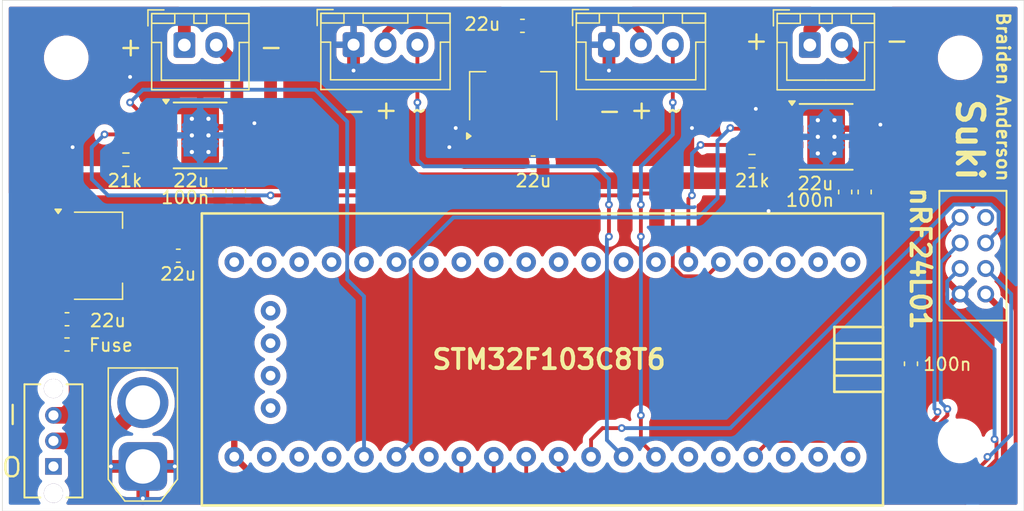
<source format=kicad_pcb>
(kicad_pcb (version 20241229) (generator "pcbnew") (generator_version "9.0")
  (layers (0 "F.Cu" signal) (2 "B.Cu" signal) (13 "F.Paste" user) (15 "B.Paste" user) (5 "F.SilkS" user "F.Silkscreen") (7 "B.SilkS" user "B.Silkscreen") (1 "F.Mask" user) (3 "B.Mask" user) (25 "Edge.Cuts" user))
  (net 0 "")
  (net 1 "/Fuse")
  (net 2 "TIM3_CH3_SRVO2")
  (net 3 "SCK")
  (net 4 "PWM_M2_EN")
  (net 5 "I{slash}O_M1_IN")
  (net 6 "+12V")
  (net 7 "+5V")
  (net 8 "PWM_M1_EN")
  (net 9 "GND")
  (net 10 "CSN")
  (net 11 "CE")
  (net 12 "MOSI")
  (net 13 "/NRST")
  (net 14 "MISO")
  (net 15 "I{slash}O_M2_IN")
  (net 16 "/M1+")
  (net 17 "/M1-")
  (net 18 "/M2+")
  (net 19 "/M2-")
  (net 20 "+3.3V")
  (net 21 "TIM3_CH3_SRVO1")
  (net 22 "/ILim1")
  (net 23 "/ILim2")
  (net 24 "/BATT")
  (footprint "MountingHole:MountingHole_3mm" (layer "F.Cu") (at 195.5 86)
    (property "Reference" "H2" (hide yes))
    (property "Value" "MountingHole" (hide yes))
    (pad "" np_thru_hole circle (at 0 0) (size 3 3) (drill 3) (layers "*.Cu" "*.Mask"))
  )
  (footprint "Fuse:Fuse_0603_1608Metric" (layer "F.Cu") (at 125.560476 108.449805 180)
    (property "Reference" "F1" (hide yes))
    (property "Value" "Fuse" (at -3.439524 -0.050195 0) (layer "F.SilkS"))
    (pad "1" smd roundrect (at -0.7875 0 180) (size 0.875 0.95) (layers "F.Cu" "F.Mask" "F.Paste") (net 1 "/Fuse"))
    (pad "2" smd roundrect (at 0.7875 0 180) (size 0.875 0.95) (layers "F.Cu" "F.Mask" "F.Paste") (net 6 "+12V"))
  )
  (footprint "Connector_JST:JST_XH_B3B-XH-A_1x03_P2.50mm_Vertical" (layer "F.Cu") (at 168 84.975)
    (property "Reference" "J1" (hide yes))
    (property "Value" "Conn_01x03_Pin" (hide yes))
    (pad "1" thru_hole roundrect (at 0 0) (size 1.7 1.95) (drill 0.95) (layers "*.Cu" "*.Mask") (roundrect_rratio 0.147059) (net 9 "GND"))
    (pad "2" thru_hole oval (at 2.5 0) (size 1.7 1.95) (drill 0.95) (layers "*.Cu" "*.Mask") (net 7 "+5V"))
    (pad "3" thru_hole oval (at 5 0) (size 1.7 1.95) (drill 0.95) (layers "*.Cu" "*.Mask") (net 2 "TIM3_CH3_SRVO2"))
  )
  (footprint "Package_SO:Texas_HTSOP-8-1EP_3.9x4.9mm_P1.27mm_EP2.95x4.9mm_Mask2.4x3.1mm_ThermalVias" (layer "F.Cu") (at 135.987872 92.077705)
    (property "Reference" "U4" (hide yes))
    (property "Value" "DRV8871DDA" (hide yes))
    (pad "1" smd rect (at -2.875 -1.905) (size 2.2 0.5) (layers "F.Cu" "F.Mask" "F.Paste") (net 9 "GND"))
    (pad "2" smd rect (at -2.875 -0.635) (size 2.2 0.5) (layers "F.Cu" "F.Mask" "F.Paste") (net 8 "PWM_M1_EN"))
    (pad "3" smd rect (at -2.875 0.635) (size 2.2 0.5) (layers "F.Cu" "F.Mask" "F.Paste") (net 5 "I{slash}O_M1_IN"))
    (pad "4" smd rect (at -2.875 1.905) (size 2.2 0.5) (layers "F.Cu" "F.Mask" "F.Paste") (net 22 "/ILim1"))
    (pad "5" smd rect (at 2.875 1.905) (size 2.2 0.5) (layers "F.Cu" "F.Mask" "F.Paste") (net 6 "+12V"))
    (pad "6" smd rect (at 2.875 0.635) (size 2.2 0.5) (layers "F.Cu" "F.Mask" "F.Paste") (net 16 "/M1+"))
    (pad "7" smd rect (at 2.875 -0.635) (size 2.2 0.5) (layers "F.Cu" "F.Mask" "F.Paste") (net 9 "GND"))
    (pad "8" smd rect (at 2.875 -1.905) (size 2.2 0.5) (layers "F.Cu" "F.Mask" "F.Paste") (net 17 "/M1-"))
    (pad "9" thru_hole circle (at -0.65 -1.3) (size 0.63 0.63) (drill 0.33) (layers "*.Cu" "*.Mask") (net 9 "GND"))
    (pad "9" thru_hole circle (at -0.65 0) (size 0.63 0.63) (drill 0.33) (layers "*.Cu" "*.Mask") (net 9 "GND"))
    (pad "9" thru_hole circle (at -0.65 1.3) (size 0.63 0.63) (drill 0.33) (layers "*.Cu" "*.Mask") (net 9 "GND"))
    (pad "9" smd rect (at 0 0) (size 2.6 3.3) (layers "B.Cu") (net 9 "GND"))
    (pad "9" smd rect (at 0 0) (size 2.95 4.9) (layers "F.Cu") (net 9 "GND"))
    (pad "9" thru_hole circle (at 0.65 -1.3) (size 0.63 0.63) (drill 0.33) (layers "*.Cu" "*.Mask") (net 9 "GND"))
    (pad "9" thru_hole circle (at 0.65 0) (size 0.63 0.63) (drill 0.33) (layers "*.Cu" "*.Mask") (net 9 "GND"))
    (pad "9" thru_hole circle (at 0.65 1.3) (size 0.63 0.63) (drill 0.33) (layers "*.Cu" "*.Mask") (net 9 "GND"))
  )
  (footprint "MountingHole:MountingHole_3mm" (layer "F.Cu") (at 125.5 86)
    (property "Reference" "H1" (hide yes))
    (property "Value" "MountingHole" (hide yes))
    (pad "" np_thru_hole circle (at 0 0) (size 3 3) (drill 3) (layers "*.Cu" "*.Mask"))
  )
  (footprint "STM32surface:BLUEPILL" (layer "F.Cu") (at 160.25 109.62 90)
    (property "Reference" "U2" (hide yes))
    (property "Value" "STM32F103C8T6" (hide yes))
    (pad "1" thru_hole circle (at -7.62 -21.59 90) (size 1.524 1.524) (drill 0.762) (layers "*.Cu" "*.Mask") (net 20 "+3.3V"))
    (pad "2" thru_hole circle (at -7.62 -19.05 90) (size 1.524 1.524) (drill 0.762) (layers "*.Cu" "*.Mask"))
    (pad "3" thru_hole circle (at -7.62 -16.51 90) (size 1.524 1.524) (drill 0.762) (layers "*.Cu" "*.Mask"))
    (pad "4" thru_hole circle (at -7.62 -13.97 90) (size 1.524 1.524) (drill 0.762) (layers "*.Cu" "*.Mask"))
    (pad "7" thru_hole circle (at -7.62 19.05 90) (size 1.524 1.524) (drill 0.762) (layers "*.Cu" "*.Mask") (net 13 "/NRST"))
    (pad "10" thru_hole circle (at -7.62 -11.43 90) (size 1.524 1.524) (drill 0.762) (layers "*.Cu" "*.Mask") (net 8 "PWM_M1_EN"))
    (pad "11" thru_hole circle (at -7.62 -8.89 90) (size 1.524 1.524) (drill 0.762) (layers "*.Cu" "*.Mask") (net 4 "PWM_M2_EN"))
    (pad "12" thru_hole circle (at -7.62 -6.35 90) (size 1.524 1.524) (drill 0.762) (layers "*.Cu" "*.Mask"))
    (pad "13" thru_hole circle (at -7.62 -3.81 90) (size 1.524 1.524) (drill 0.762) (layers "*.Cu" "*.Mask") (net 11 "CE"))
    (pad "14" thru_hole circle (at -7.62 -1.27 90) (size 1.524 1.524) (drill 0.762) (layers "*.Cu" "*.Mask") (net 10 "CSN"))
    (pad "15" thru_hole circle (at -7.62 1.27 90) (size 1.524 1.524) (drill 0.762) (layers "*.Cu" "*.Mask") (net 3 "SCK"))
    (pad "16" thru_hole circle (at -7.62 3.81 90) (size 1.524 1.524) (drill 0.762) (layers "*.Cu" "*.Mask") (net 14 "MISO"))
    (pad "17" thru_hole circle (at -7.62 6.35 90) (size 1.524 1.524) (drill 0.762) (layers "*.Cu" "*.Mask") (net 12 "MOSI"))
    (pad "18" thru_hole circle (at -7.62 8.89 90) (size 1.524 1.524) (drill 0.762) (layers "*.Cu" "*.Mask") (net 21 "TIM3_CH3_SRVO1"))
    (pad "19" thru_hole circle (at -7.62 11.43 90) (size 1.524 1.524) (drill 0.762) (layers "*.Cu" "*.Mask") (net 2 "TIM3_CH3_SRVO2"))
    (pad "21" thru_hole circle (at -7.62 13.97 90) (size 1.524 1.524) (drill 0.762) (layers "*.Cu" "*.Mask"))
    (pad "22" thru_hole circle (at -7.62 16.51 90) (size 1.524 1.524) (drill 0.762) (layers "*.Cu" "*.Mask"))
    (pad "25" thru_hole circle (at 7.62 26.67 90) (size 1.524 1.524) (drill 0.762) (layers "*.Cu" "*.Mask"))
    (pad "26" thru_hole circle (at 7.62 24.13 90) (size 1.524 1.524) (drill 0.762) (layers "*.Cu" "*.Mask"))
    (pad "27" thru_hole circle (at 7.62 21.59 90) (size 1.524 1.524) (drill 0.762) (layers "*.Cu" "*.Mask"))
    (pad "28" thru_hole circle (at 7.62 19.05 90) (size 1.524 1.524) (drill 0.762) (layers "*.Cu" "*.Mask"))
    (pad "29" thru_hole circle (at 7.62 16.51 90) (size 1.524 1.524) (drill 0.762) (layers "*.Cu" "*.Mask") (net 5 "I{slash}O_M1_IN"))
    (pad "30" thru_hole circle (at 7.62 13.97 90) (size 1.524 1.524) (drill 0.762) (layers "*.Cu" "*.Mask") (net 15 "I{slash}O_M2_IN"))
    (pad "31" thru_hole circle (at 7.62 11.43 90) (size 1.524 1.524) (drill 0.762) (layers "*.Cu" "*.Mask"))
    (pad "32" thru_hole circle (at 7.62 8.89 90) (size 1.524 1.524) (drill 0.762) (layers "*.Cu" "*.Mask"))
    (pad "33" thru_hole circle (at 7.62 6.35 90) (size 1.524 1.524) (drill 0.762) (layers "*.Cu" "*.Mask"))
    (pad "34" thru_hole circle (at 1.27 -18.75 90) (size 1.524 1.524) (drill 0.762) (layers "*.Cu" "*.Mask"))
    (pad "37" thru_hole circle (at -1.27 -18.75 90) (size 1.524 1.524) (drill 0.762) (layers "*.Cu" "*.Mask"))
    (pad "38" thru_hole circle (at 7.62 3.81 90) (size 1.524 1.524) (drill 0.762) (layers "*.Cu" "*.Mask"))
    (pad "39" thru_hole circle (at 7.62 1.27 90) (size 1.524 1.524) (drill 0.762) (layers "*.Cu" "*.Mask"))
    (pad "40" thru_hole circle (at 7.62 -1.27 90) (size 1.524 1.524) (drill 0.762) (layers "*.Cu" "*.Mask"))
    (pad "41" thru_hole circle (at 7.62 -3.81 90) (size 1.524 1.524) (drill 0.762) (layers "*.Cu" "*.Mask"))
    (pad "42" thru_hole circle (at 7.62 -6.35 90) (size 1.524 1.524) (drill 0.762) (layers "*.Cu" "*.Mask"))
    (pad "43" thru_hole circle (at 7.62 -8.89 90) (size 1.524 1.524) (drill 0.762) (layers "*.Cu" "*.Mask"))
    (pad "45" thru_hole circle (at 7.62 -11.43 90) (size 1.524 1.524) (drill 0.762) (layers "*.Cu" "*.Mask"))
    (pad "46" thru_hole circle (at 7.62 -13.97 90) (size 1.524 1.524) (drill 0.762) (layers "*.Cu" "*.Mask"))
    (pad "70" thru_hole circle (at -7.62 21.59 90) (size 1.524 1.524) (drill 0.762) (layers "*.Cu" "*.Mask"))
    (pad "71" thru_hole circle (at -7.62 24.13 90) (size 1.524 1.524) (drill 0.762) (layers "*.Cu" "*.Mask"))
    (pad "72" thru_hole circle (at -7.62 26.67 90) (size 1.524 1.524) (drill 0.762) (layers "*.Cu" "*.Mask"))
    (pad "73" thru_hole circle (at 7.62 -21.59 90) (size 1.524 1.524) (drill 0.762) (layers "*.Cu" "*.Mask"))
    (pad "74" thru_hole circle (at 7.62 -19.05 90) (size 1.524 1.524) (drill 0.762) (layers "*.Cu" "*.Mask"))
    (pad "75" thru_hole circle (at 7.62 -16.51 90) (size 1.524 1.524) (drill 0.762) (layers "*.Cu" "*.Mask"))
    (pad "76" thru_hole circle (at -3.81 -18.75 90) (size 1.524 1.524) (drill 0.762) (layers "*.Cu" "*.Mask"))
    (pad "77" thru_hole circle (at 3.81 -18.75 90) (size 1.524 1.524) (drill 0.762) (layers "*.Cu" "*.Mask"))
  )
  (footprint "Capacitor_SMD:C_0603_1608Metric" (layer "F.Cu") (at 188.025539 96.511376 90)
    (property "Reference" "C7" (hide yes))
    (property "Value" "100n" (at -0.637735 -4.278866 180) (layer "F.SilkS"))
    (pad "1" smd roundrect (at -0.775 0 90) (size 0.9 0.95) (layers "F.Cu" "F.Mask" "F.Paste") (net 9 "GND"))
    (pad "2" smd roundrect (at 0.775 0 90) (size 0.9 0.95) (layers "F.Cu" "F.Mask" "F.Paste") (net 6 "+12V"))
  )
  (footprint "Capacitor_SMD:C_0603_1608Metric" (layer "F.Cu") (at 137.501284 96.39921 90)
    (property "Reference" "C8" (hide yes))
    (property "Value" "22u" (at 0.775 -2.201956 180) (layer "F.SilkS"))
    (pad "1" smd roundrect (at -0.775 0 90) (size 0.9 0.95) (layers "F.Cu" "F.Mask" "F.Paste") (net 9 "GND"))
    (pad "2" smd roundrect (at 0.775 0 90) (size 0.9 0.95) (layers "F.Cu" "F.Mask" "F.Paste") (net 6 "+12V"))
  )
  (footprint "Capacitor_SMD:C_0603_1608Metric" (layer "F.Cu") (at 191.651253 109.961555 90)
    (property "Reference" "C15" (hide yes))
    (property "Value" "100n" (at -0.038445 2.848747 0) (layer "F.SilkS"))
    (pad "1" smd roundrect (at -0.775 0 90) (size 0.9 0.95) (layers "F.Cu" "F.Mask" "F.Paste") (net 13 "/NRST"))
    (pad "2" smd roundrect (at 0.775 0 90) (size 0.9 0.95) (layers "F.Cu" "F.Mask" "F.Paste") (net 9 "GND"))
  )
  (footprint "MountingHole:MountingHole_3mm" (layer "F.Cu") (at 195.5 116)
    (property "Reference" "H3" (hide yes))
    (property "Value" "MountingHole" (hide yes))
    (pad "" np_thru_hole circle (at 0 0) (size 3 3) (drill 3) (layers "*.Cu" "*.Mask"))
  )
  (footprint "Capacitor_SMD:C_0603_1608Metric" (layer "F.Cu") (at 161.225 83.5)
    (property "Reference" "C19" (hide yes))
    (property "Value" "22u" (at -3.131381 -0.138303 0) (layer "F.SilkS"))
    (pad "1" smd roundrect (at -0.775 0) (size 0.9 0.95) (layers "F.Cu" "F.Mask" "F.Paste") (net 7 "+5V"))
    (pad "2" smd roundrect (at 0.775 0) (size 0.9 0.95) (layers "F.Cu" "F.Mask" "F.Paste") (net 9 "GND"))
  )
  (footprint "Connector_JST:JST_XH_B2B-XH-A_1x02_P2.50mm_Vertical" (layer "F.Cu") (at 183.72911 85)
    (property "Reference" "M2+1" (hide yes))
    (property "Value" "M2-" (hide yes))
    (pad "1" thru_hole roundrect (at 0 0) (size 1.7 2) (drill 1) (layers "*.Cu" "*.Mask") (roundrect_rratio 0.147059) (net 18 "/M2+"))
    (pad "2" thru_hole oval (at 2.5 0) (size 1.7 2) (drill 1) (layers "*.Cu" "*.Mask") (net 19 "/M2-"))
  )
  (footprint "Capacitor_SMD:C_0603_1608Metric" (layer "F.Cu") (at 186.5 96.510828 90)
    (property "Reference" "C6" (hide yes))
    (property "Value" "22u" (at 0.663297 -2.320373 180) (layer "F.SilkS"))
    (pad "1" smd roundrect (at -0.775 0 90) (size 0.9 0.95) (layers "F.Cu" "F.Mask" "F.Paste") (net 9 "GND"))
    (pad "2" smd roundrect (at 0.775 0 90) (size 0.9 0.95) (layers "F.Cu" "F.Mask" "F.Paste") (net 6 "+12V"))
  )
  (footprint "JSTConnectors:CONN_B8B-PHDSS_JST" (layer "F.Cu") (at 195.5 104.5 90)
    (property "Reference" "J4" (hide yes))
    (property "Value" "B8B-nRF24L01" (hide yes))
    (pad "1" thru_hole circle (at 0 0 90) (size 1.3208 1.3208) (drill 0.8128) (layers "*.Cu" "*.Mask") (net 9 "GND"))
    (pad "2" thru_hole circle (at 0 2.000001 90) (size 1.3208 1.3208) (drill 0.8128) (layers "*.Cu" "*.Mask") (net 20 "+3.3V"))
    (pad "3" thru_hole circle (at 1.999999 0 90) (size 1.3208 1.3208) (drill 0.8128) (layers "*.Cu" "*.Mask") (net 11 "CE"))
    (pad "4" thru_hole circle (at 1.999999 2.000001 90) (size 1.3208 1.3208) (drill 0.8128) (layers "*.Cu" "*.Mask") (net 10 "CSN"))
    (pad "5" thru_hole circle (at 4 0 90) (size 1.3208 1.3208) (drill 0.8128) (layers "*.Cu" "*.Mask") (net 3 "SCK"))
    (pad "6" thru_hole circle (at 4 2.000001 90) (size 1.3208 1.3208) (drill 0.8128) (layers "*.Cu" "*.Mask") (net 12 "MOSI"))
    (pad "7" thru_hole circle (at 5.999998 0 90) (size 1.3208 1.3208) (drill 0.8128) (layers "*.Cu" "*.Mask") (net 14 "MISO"))
    (pad "8" thru_hole circle (at 5.999998 2.000001 90) (size 1.3208 1.3208) (drill 0.8128) (layers "*.Cu" "*.Mask"))
  )
  (footprint "Capacitor_SMD:C_0603_1608Metric" (layer "F.Cu") (at 125.5625 106.474107)
    (property "Reference" "C10" (hide yes))
    (property "Value" "22u" (at 3.202923 0.104366 0) (layer "F.SilkS"))
    (pad "1" smd roundrect (at -0.775 0) (size 0.9 0.95) (layers "F.Cu" "F.Mask" "F.Paste") (net 6 "+12V"))
    (pad "2" smd roundrect (at 0.775 0) (size 0.9 0.95) (layers "F.Cu" "F.Mask" "F.Paste") (net 9 "GND"))
  )
  (footprint "Connector_JST:JST_XH_B3B-XH-A_1x03_P2.50mm_Vertical" (layer "F.Cu") (at 148 84.975)
    (property "Reference" "J2" (hide yes))
    (property "Value" "Conn_01x03_Pin" (hide yes))
    (pad "1" thru_hole roundrect (at 0 0) (size 1.7 1.95) (drill 0.95) (layers "*.Cu" "*.Mask") (roundrect_rratio 0.147059) (net 9 "GND"))
    (pad "2" thru_hole oval (at 2.5 0) (size 1.7 1.95) (drill 0.95) (layers "*.Cu" "*.Mask") (net 7 "+5V"))
    (pad "3" thru_hole oval (at 5 0) (size 1.7 1.95) (drill 0.95) (layers "*.Cu" "*.Mask") (net 21 "TIM3_CH3_SRVO1"))
  )
  (footprint "Resistor_SMD:R_0603_1608Metric" (layer "F.Cu") (at 179.198274 94.096959)
    (property "Reference" "R3" (hide yes))
    (property "Value" "21k" (at 0.024854 1.527251 0) (layer "F.SilkS"))
    (pad "1" smd roundrect (at -0.825 0) (size 0.8 0.95) (layers "F.Cu" "F.Mask" "F.Paste") (net 9 "GND"))
    (pad "2" smd roundrect (at 0.825 0) (size 0.8 0.95) (layers "F.Cu" "F.Mask" "F.Paste") (net 23 "/ILim2"))
  )
  (footprint "Connector_AMASS:AMASS_XT30U-F_1x02_P5.0mm_Vertical" (layer "F.Cu") (at 131.5 118 90)
    (property "Reference" "J13" (hide yes))
    (property "Value" "Conn_01x02_Pin" (hide yes))
    (pad "1" thru_hole roundrect (at 0 0 90) (size 3.8 3.8) (drill 2.7) (layers "*.Cu" "*.Mask") (roundrect_rratio 0.2) (net 9 "GND"))
    (pad "2" thru_hole circle (at 5 0 90) (size 4 4) (drill 2.7) (layers "*.Cu" "*.Mask") (net 24 "/BATT"))
  )
  (footprint "Capacitor_SMD:C_0603_1608Metric" (layer "F.Cu") (at 139.026823 96.39921 90)
    (property "Reference" "C9" (hide yes))
    (property "Value" "100n" (at -0.542272 -4.199095 180) (layer "F.SilkS"))
    (pad "1" smd roundrect (at -0.775 0 90) (size 0.9 0.95) (layers "F.Cu" "F.Mask" "F.Paste") (net 9 "GND"))
    (pad "2" smd roundrect (at 0.775 0 90) (size 0.9 0.95) (layers "F.Cu" "F.Mask" "F.Paste") (net 6 "+12V"))
  )
  (footprint "Capacitor_SMD:C_0603_1608Metric" (layer "F.Cu") (at 134.275 101.5)
    (property "Reference" "C11" (hide yes))
    (property "Value" "22u" (at 0 1.43 0) (layer "F.SilkS"))
    (pad "1" smd roundrect (at -0.775 0) (size 0.9 0.95) (layers "F.Cu" "F.Mask" "F.Paste") (net 20 "+3.3V"))
    (pad "2" smd roundrect (at 0.775 0) (size 0.9 0.95) (layers "F.Cu" "F.Mask" "F.Paste") (net 9 "GND"))
  )
  (footprint "Package_TO_SOT_SMD:SOT-223-3_TabPin2" (layer "F.Cu") (at 128 101.5)
    (property "Reference" "U3" (hide yes))
    (property "Value" "AMS1117-3.3" (hide yes))
    (pad "1" smd roundrect (at -3.15 -2.3) (size 2 1.5) (layers "F.Cu" "F.Mask" "F.Paste") (net 9 "GND"))
    (pad "2" smd roundrect (at -3.15 0) (size 2 1.5) (layers "F.Cu" "F.Mask" "F.Paste") (net 20 "+3.3V"))
    (pad "2" smd roundrect (at 3.15 0) (size 2 3.8) (layers "F.Cu" "F.Mask" "F.Paste") (net 20 "+3.3V"))
    (pad "3" smd roundrect (at -3.15 2.3) (size 2 1.5) (layers "F.Cu" "F.Mask" "F.Paste") (net 6 "+12V"))
  )
  (footprint "Package_SO:Texas_HTSOP-8-1EP_3.9x4.9mm_P1.27mm_EP2.95x4.9mm_Mask2.4x3.1mm_ThermalVias" (layer "F.Cu") (at 185.007678 92.189585)
    (property "Reference" "U5" (hide yes))
    (property "Value" "DRV8871DDA" (hide yes))
    (pad "1" smd rect (at -2.875 -1.905) (size 2.2 0.5) (layers "F.Cu" "F.Mask" "F.Paste") (net 9 "GND"))
    (pad "2" smd rect (at -2.875 -0.635) (size 2.2 0.5) (layers "F.Cu" "F.Mask" "F.Paste") (net 4 "PWM_M2_EN"))
    (pad "3" smd rect (at -2.875 0.635) (size 2.2 0.5) (layers "F.Cu" "F.Mask" "F.Paste") (net 15 "I{slash}O_M2_IN"))
    (pad "4" smd rect (at -2.875 1.905) (size 2.2 0.5) (layers "F.Cu" "F.Mask" "F.Paste") (net 23 "/ILim2"))
    (pad "5" smd rect (at 2.875 1.905) (size 2.2 0.5) (layers "F.Cu" "F.Mask" "F.Paste") (net 6 "+12V"))
    (pad "6" smd rect (at 2.875 0.635) (size 2.2 0.5) (layers "F.Cu" "F.Mask" "F.Paste") (net 18 "/M2+"))
    (pad "7" smd rect (at 2.875 -0.635) (size 2.2 0.5) (layers "F.Cu" "F.Mask" "F.Paste") (net 9 "GND"))
    (pad "8" smd rect (at 2.875 -1.905) (size 2.2 0.5) (layers "F.Cu" "F.Mask" "F.Paste") (net 19 "/M2-"))
    (pad "9" thru_hole circle (at -0.65 -1.3) (size 0.63 0.63) (drill 0.33) (layers "*.Cu" "*.Mask") (net 9 "GND"))
    (pad "9" thru_hole circle (at -0.65 0) (size 0.63 0.63) (drill 0.33) (layers "*.Cu" "*.Mask") (net 9 "GND"))
    (pad "9" thru_hole circle (at -0.65 1.3) (size 0.63 0.63) (drill 0.33) (layers "*.Cu" "*.Mask") (net 9 "GND"))
    (pad "9" smd rect (at 0 0) (size 2.6 3.3) (layers "B.Cu") (net 9 "GND"))
    (pad "9" smd rect (at 0 0) (size 2.95 4.9) (layers "F.Cu") (net 9 "GND"))
    (pad "9" thru_hole circle (at 0.65 -1.3) (size 0.63 0.63) (drill 0.33) (layers "*.Cu" "*.Mask") (net 9 "GND"))
    (pad "9" thru_hole circle (at 0.65 0) (size 0.63 0.63) (drill 0.33) (layers "*.Cu" "*.Mask") (net 9 "GND"))
    (pad "9" thru_hole circle (at 0.65 1.3) (size 0.63 0.63) (drill 0.33) (layers "*.Cu" "*.Mask") (net 9 "GND"))
  )
  (footprint "Capacitor_SMD:C_0603_1608Metric" (layer "F.Cu") (at 162.062424 94.201837 180)
    (property "Reference" "C18" (hide yes))
    (property "Value" "22u" (at -0.025041 -1.422373 0) (layer "F.SilkS"))
    (pad "1" smd roundrect (at -0.775 0 180) (size 0.9 0.95) (layers "F.Cu" "F.Mask" "F.Paste") (net 6 "+12V"))
    (pad "2" smd roundrect (at 0.775 0 180) (size 0.9 0.95) (layers "F.Cu" "F.Mask" "F.Paste") (net 9 "GND"))
  )
  (footprint "Connector_JST:JST_XH_B2B-XH-A_1x02_P2.50mm_Vertical" (layer "F.Cu") (at 134.75 85)
    (property "Reference" "M1+1" (hide yes))
    (property "Value" "M1-" (hide yes))
    (pad "1" thru_hole roundrect (at 0 0) (size 1.7 2) (drill 1) (layers "*.Cu" "*.Mask") (roundrect_rratio 0.147059) (net 16 "/M1+"))
    (pad "2" thru_hole oval (at 2.5 0) (size 1.7 2) (drill 1) (layers "*.Cu" "*.Mask") (net 17 "/M1-"))
  )
  (footprint "Package_TO_SOT_SMD:SOT-223-3_TabPin2" (layer "F.Cu") (at 160.5 89 90)
    (property "Reference" "U1" (hide yes))
    (property "Value" "AMS1117-5.0" (hide yes))
    (pad "1" smd roundrect (at -3.15 -2.3 90) (size 2 1.5) (layers "F.Cu" "F.Mask" "F.Paste") (net 9 "GND"))
    (pad "2" smd roundrect (at -3.15 0 90) (size 2 1.5) (layers "F.Cu" "F.Mask" "F.Paste") (net 7 "+5V"))
    (pad "2" smd roundrect (at 3.15 0 90) (size 2 3.8) (layers "F.Cu" "F.Mask" "F.Paste") (net 7 "+5V"))
    (pad "3" smd roundrect (at -3.15 2.3 90) (size 2 1.5) (layers "F.Cu" "F.Mask" "F.Paste") (net 6 "+12V"))
  )
  (footprint "Zesti:SPDT_OS102011_CNK" (layer "F.Cu") (at 124.5 118 180)
    (property "Reference" "SW3" (hide yes))
    (property "Value" "SW_SPDT" (hide yes))
    (pad "1" thru_hole rect (at 0 0 180) (size 1.2954 1.2954) (drill 0.7874) (layers "*.Cu" "*.Mask"))
    (pad "2" thru_hole circle (at 0 2 180) (size 1.2954 1.2954) (drill 0.7874) (layers "*.Cu" "*.Mask") (net 24 "/BATT"))
    (pad "3" thru_hole circle (at 0 4.000001 180) (size 1.2954 1.2954) (drill 0.7874) (layers "*.Cu" "*.Mask") (net 1 "/Fuse"))
    (pad "4" thru_hole circle (at 0 -2.100001 270) (size 1.4986 1.4986) (drill 1.4986) (layers "*.Cu" "*.Mask"))
    (pad "5" thru_hole circle (at 0 6.1 270) (size 1.4986 1.4986) (drill 1.4986) (layers "*.Cu" "*.Mask"))
  )
  (footprint "Resistor_SMD:R_0603_1608Metric" (layer "F.Cu") (at 130.174716 93.980982)
    (property "Reference" "R2" (hide yes))
    (property "Value" "21k" (at -0.074717 1.641001 0) (layer "F.SilkS"))
    (pad "1" smd roundrect (at -0.825 0) (size 0.8 0.95) (layers "F.Cu" "F.Mask" "F.Paste") (net 9 "GND"))
    (pad "2" smd roundrect (at 0.825 0) (size 0.8 0.95) (layers "F.Cu" "F.Mask" "F.Paste") (net 22 "/ILim1"))
  )
  (gr_line (start 120.5 121.5) (end 200.5 121.5) (stroke (width 0.05)) (layer "Edge.Cuts"))
  (gr_line (start 200.5 121.5) (end 200.5 81.5) (stroke (width 0.05)) (layer "Edge.Cuts"))
  (gr_line (start 120.5 81.5) (end 120.5 121.5) (stroke (width 0.05)) (layer "Edge.Cuts"))
  (gr_line (start 200.5 81.5) (end 120.5 81.5) (stroke (width 0.05)) (layer "Edge.Cuts"))
  (gr_text "I" (at 121.787216 112.986569 180) (layer "F.SilkS") (effects (font (size 1.5 1.5) (thickness 0.1875)) (justify left bottom)))
  (gr_text "STM32F103C8T6" (at 154 110.5 0) (layer "F.SilkS") (effects (font (size 1.5 1.5) (thickness 0.3) (bold yes)) (justify left bottom)))
  (gr_text "+" (at 149.50898 90.922649 0) (layer "F.SilkS") (effects (font (size 1.5 1.5) (thickness 0.1875)) (justify left bottom)))
  (gr_text "+" (at 129.5 86 0) (layer "F.SilkS") (effects (font (size 1.5 1.5) (thickness 0.1875)) (justify left bottom)))
  (gr_text "-" (at 167 91 0) (layer "F.SilkS") (effects (font (size 1.5 1.5) (thickness 0.1875)) (justify left bottom)))
  (gr_text "Braiden Anderson" (at 198.282474 82.332422 270) (layer "F.SilkS") (effects (font (size 1 1) (thickness 0.2) (bold yes)) (justify left bottom)))
  (gr_text "~" (at 152.5 91 0) (layer "F.SilkS") (effects (font (size 1.5 1.5) (thickness 0.1875)) (justify left bottom)))
  (gr_text "~" (at 172.5 91 0) (layer "F.SilkS") (effects (font (size 1.5 1.5) (thickness 0.1875)) (justify left bottom)))
  (gr_text "nRF24L01" (at 191.5 96 270) (layer "F.SilkS") (effects (font (size 1.5 1.5) (thickness 0.3) (bold yes)) (justify left bottom)))
  (gr_text "+" (at 178.5 85.5 0) (layer "F.SilkS") (effects (font (size 1.5 1.5) (thickness 0.1875)) (justify left bottom)))
  (gr_text "+" (at 169.50898 90.922649 0) (layer "F.SilkS") (effects (font (size 1.5 1.5) (thickness 0.1875)) (justify left bottom)))
  (gr_text "-" (at 147 91 0) (layer "F.SilkS") (effects (font (size 1.5 1.5) (thickness 0.1875)) (justify left bottom)))
  (gr_text "-" (at 140.5 86 0) (layer "F.SilkS") (effects (font (size 1.5 1.5) (thickness 0.1875)) (justify left bottom)))
  (gr_text "O" (at 122.147645 117.07518 180) (layer "F.SilkS") (effects (font (size 1.5 1.5) (thickness 0.1875)) (justify left bottom)))
  (gr_text "Suki" (at 195.088942 89.020764 270) (layer "F.SilkS") (effects (font (size 2 2) (thickness 0.4) (bold yes)) (justify left bottom)))
  (gr_text "-" (at 189.5 85.5 0) (layer "F.SilkS") (effects (font (size 1.5 1.5) (thickness 0.1875)) (justify left bottom)))
  (segment (start 126.347976 113.068009) (end 126.347976 108.449805) (width 1.3) (layer "F.Cu") (net 1))
  (segment (start 125.415986 113.999999) (end 126.347976 113.068009) (width 1.3) (layer "F.Cu") (net 1))
  (segment (start 124.5 113.999999) (end 125.415986 113.999999) (width 1.3) (layer "F.Cu") (net 1))
  (segment (start 170.5 97.5) (end 170.5 100) (width 0.3) (layer "F.Cu") (net 2))
  (segment (start 170.5 114) (end 170.5 116.06) (width 0.3) (layer "F.Cu") (net 2))
  (segment (start 173 89.5) (end 173 84.975) (width 0.3) (layer "F.Cu") (net 2))
  (segment (start 170.5 116.06) (end 171.68 117.24) (width 0.3) (layer "F.Cu") (net 2))
  (via (at 170.5 97.5) (size 0.6) (drill 0.3) (layers "F.Cu" "B.Cu") (net 2))
  (via (at 170.5 114) (size 0.6) (drill 0.3) (layers "F.Cu" "B.Cu") (net 2))
  (via (at 170.5 100) (size 0.6) (drill 0.3) (layers "F.Cu" "B.Cu") (net 2))
  (via (at 173 89.5) (size 0.6) (drill 0.3) (layers "F.Cu" "B.Cu") (net 2))
  (segment (start 170.5 100) (end 170.5 114) (width 0.3) (layer "B.Cu") (net 2))
  (segment (start 170.5 94.5) (end 170.5 97.5) (width 0.3) (layer "B.Cu") (net 2))
  (segment (start 173 89.5) (end 173 92) (width 0.3) (layer "B.Cu") (net 2))
  (segment (start 173 92) (end 170.5 94.5) (width 0.3) (layer "B.Cu") (net 2))
  (segment (start 161.52 118.666) (end 162 119.146) (width 0.3) (layer "F.Cu") (net 3))
  (segment (start 194 114.5) (end 194.5 114) (width 0.3) (layer "F.Cu") (net 3))
  (segment (start 162 119.146) (end 189.354 119.146) (width 0.3) (layer "F.Cu") (net 3))
  (segment (start 189.354 119.146) (end 194 114.5) (width 0.3) (layer "F.Cu") (net 3))
  (segment (start 161.52 117.24) (end 161.52 118.666) (width 0.3) (layer "F.Cu") (net 3))
  (segment (start 194.5 114) (end 194.5 113.5) (width 0.3) (layer "F.Cu") (net 3))
  (via (at 194.5 113.5) (size 0.6) (drill 0.3) (layers "F.Cu" "B.Cu") (net 3))
  (segment (start 193.9876 102.0124) (end 195.5 100.5) (width 0.3) (layer "B.Cu") (net 3))
  (segment (start 194.5 113.5) (end 193.9876 112.9876) (width 0.3) (layer "B.Cu") (net 3))
  (segment (start 193.9876 112.9876) (end 193.9876 102.0124) (width 0.3) (layer "B.Cu") (net 3))
  (segment (start 177.5 91.5) (end 177.554585 91.554585) (width 0.3) (layer "F.Cu") (net 4))
  (segment (start 177.554585 91.554585) (end 182.132678 91.554585) (width 0.3) (layer "F.Cu") (net 4))
  (via (at 177.5 91.5) (size 0.6) (drill 0.3) (layers "F.Cu" "B.Cu") (net 4))
  (segment (start 175 98.5) (end 155.82598 98.5) (width 0.3) (layer "B.Cu") (net 4))
  (segment (start 177.5 91.5) (end 176.5 92.5) (width 0.3) (layer "B.Cu") (net 4))
  (segment (start 176.5 92.5) (end 176.5 97) (width 0.3) (layer "B.Cu") (net 4))
  (segment (start 176.5 97) (end 175 98.5) (width 0.3) (layer "B.Cu") (net 4))
  (segment (start 155.82598 98.5) (end 152.473 101.85298) (width 0.3) (layer "B.Cu") (net 4))
  (segment (start 152.473 101.85298) (end 152.473 116.127) (width 0.3) (layer "B.Cu") (net 4))
  (segment (start 152.473 116.127) (end 151.36 117.24) (width 0.3) (layer "B.Cu") (net 4))
  (segment (start 170.5 96.62521) (end 170.351 96.77421) (width 0.3) (layer "F.Cu") (net 5))
  (segment (start 172.12521 96.62521) (end 170.5 96.62521) (width 0.3) (layer "F.Cu") (net 5))
  (segment (start 173 97.5) (end 172.12521 96.62521) (width 0.3) (layer "F.Cu") (net 5))
  (segment (start 128.5 92) (end 130.5 92) (width 0.3) (layer "F.Cu") (net 5))
  (segment (start 173 102.35402) (end 173 97.5) (width 0.3) (layer "F.Cu") (net 5))
  (segment (start 175.647 103.113) (end 173.75898 103.113) (width 0.3) (layer "F.Cu") (net 5))
  (segment (start 131.212705 92.712705) (end 133.112872 92.712705) (width 0.3) (layer "F.Cu") (net 5))
  (segment (start 173.75898 103.113) (end 173 102.35402) (width 0.3) (layer "F.Cu") (net 5))
  (segment (start 176.76 102) (end 175.647 103.113) (width 0.3) (layer "F.Cu") (net 5))
  (segment (start 130.5 92) (end 131.212705 92.712705) (width 0.3) (layer "F.Cu") (net 5))
  (segment (start 170.351 96.77421) (end 141.5 96.77421) (width 0.3) (layer "F.Cu") (net 5))
  (via (at 141.5 96.77421) (size 0.6) (drill 0.3) (layers "F.Cu" "B.Cu") (net 5))
  (via (at 128.5 92) (size 0.6) (drill 0.3) (layers "F.Cu" "B.Cu") (net 5))
  (segment (start 127.5 93) (end 127.5 95.5) (width 0.3) (layer "B.Cu") (net 5))
  (segment (start 128.5 92) (end 127.5 93) (width 0.3) (layer "B.Cu") (net 5))
  (segment (start 128.77421 96.77421) (end 141.5 96.77421) (width 0.3) (layer "B.Cu") (net 5))
  (segment (start 127.5 95.5) (end 128.77421 96.77421) (width 0.3) (layer "B.Cu") (net 5))
  (segment (start 122 107) (end 122 97.5) (width 1.3) (layer "F.Cu") (net 6))
  (segment (start 123.87579 95.62421) (end 137.501284 95.62421) (width 1.3) (layer "F.Cu") (net 6))
  (segment (start 138.771367 95.62421) (end 137.501284 95.62421) (width 1.3) (layer "F.Cu") (net 6))
  (segment (start 138.862872 95.460259) (end 139.026823 95.62421) (width 1) (layer "F.Cu") (net 6))
  (segment (start 138.862872 95.532705) (end 138.771367 95.62421) (width 1.3) (layer "F.Cu") (net 6))
  (segment (start 124.7875 106.474107) (end 124.7875 108.435281) (width 0.5) (layer "F.Cu") (net 6))
  (segment (start 187.882678 95.593515) (end 188.025539 95.736376) (width 1) (layer "F.Cu") (net 6))
  (segment (start 124.772976 108.449805) (end 123.449805 108.449805) (width 1.3) (layer "F.Cu") (net 6))
  (segment (start 162.8 92.15) (end 162.8 94.164413) (width 1) (layer "F.Cu") (net 6))
  (segment (start 162.837424 94.201837) (end 162.837424 95.461634) (width 1) (layer "F.Cu") (net 6))
  (segment (start 163 95.62421) (end 187.913373 95.62421) (width 1.3) (layer "F.Cu") (net 6))
  (segment (start 187.913373 95.62421) (end 188.025539 95.736376) (width 1.3) (layer "F.Cu") (net 6))
  (segment (start 162.837424 95.461634) (end 163 95.62421) (width 1) (layer "F.Cu") (net 6))
  (segment (start 139.026823 95.62421) (end 163 95.62421) (width 1.3) (layer "F.Cu") (net 6))
  (segment (start 124.85 103.8) (end 124.85 106.411607) (width 0.5) (layer "F.Cu") (net 6))
  (segment (start 138.862872 93.982705) (end 138.862872 95.460259) (width 1) (layer "F.Cu") (net 6))
  (segment (start 187.882678 94.094585) (end 187.882678 95.593515) (width 1) (layer "F.Cu") (net 6))
  (segment (start 124.85 106.411607) (end 124.7875 106.474107) (width 0.5) (layer "F.Cu") (net 6))
  (segment (start 123.449805 108.449805) (end 122 107) (width 1.3) (layer "F.Cu") (net 6))
  (segment (start 162.8 94.164413) (end 162.837424 94.201837) (width 1) (layer "F.Cu") (net 6))
  (segment (start 122 97.5) (end 123.87579 95.62421) (width 1.3) (layer "F.Cu") (net 6))
  (segment (start 124.7875 108.435281) (end 124.772976 108.449805) (width 0.5) (layer "F.Cu") (net 6))
  (segment (start 161 82.5) (end 169 82.5) (width 0.5) (layer "F.Cu") (net 7))
  (segment (start 170.5 84) (end 170.5 84.975) (width 0.5) (layer "F.Cu") (net 7))
  (segment (start 151 83.5) (end 160.45 83.5) (width 0.5) (layer "F.Cu") (net 7))
  (segment (start 160.45 83.5) (end 160.45 83.05) (width 0.5) (layer "F.Cu") (net 7))
  (segment (start 150.5 84) (end 151 83.5) (width 0.5) (layer "F.Cu") (net 7))
  (segment (start 150.5 84.975) (end 150.5 84) (width 0.5) (layer "F.Cu") (net 7))
  (segment (start 169 82.5) (end 170.5 84) (width 0.5) (layer "F.Cu") (net 7))
  (segment (start 160.45 83.05) (end 161 82.5) (width 0.5) (layer "F.Cu") (net 7))
  (segment (start 132.442705 91.442705) (end 133.112872 91.442705) (width 0.3) (layer "F.Cu") (net 8))
  (segment (start 130.5 89.5) (end 132.442705 91.442705) (width 0.3) (layer "F.Cu") (net 8))
  (via (at 130.5 89.5) (size 0.6) (drill 0.3) (layers "F.Cu" "B.Cu") (net 8))
  (segment (start 132 88.5) (end 131.5 88.5) (width 0.3) (layer "B.Cu") (net 8))
  (segment (start 148.82 104.68) (end 148.82 117.24) (width 0.3) (layer "B.Cu") (net 8))
  (segment (start 145 88.5) (end 132 88.5) (width 0.3) (layer "B.Cu") (net 8))
  (segment (start 147.5 91) (end 145 88.5) (width 0.3) (layer "B.Cu") (net 8))
  (segment (start 131.5 88.5) (end 130.5 89.5) (width 0.3) (layer "B.Cu") (net 8))
  (segment (start 147.5 103.36) (end 148.82 104.68) (width 0.3) (layer "B.Cu") (net 8))
  (segment (start 147.5 97.5) (end 147.5 103.36) (width 0.3) (layer "B.Cu") (net 8))
  (segment (start 147.5 97.5) (end 147.5 91) (width 0.3) (layer "B.Cu") (net 8))
  (segment (start 131.5 118) (end 131.5 120.5) (width 1) (layer "F.Cu") (net 9))
  (segment (start 174.174415 93.239213) (end 174.174415 91.825585) (width 1) (layer "F.Cu") (net 9))
  (segment (start 182.132678 90.284585) (end 179.784585 90.284585) (width 1) (layer "F.Cu") (net 9))
  (segment (start 126.980982 93.980982) (end 126 93) (width 1) (layer "F.Cu") (net 9))
  (segment (start 131.5 118) (end 134 118) (width 1) (layer "F.Cu") (net 9))
  (segment (start 133.112872 90.112872) (end 130.5 87.5) (width 1) (layer "F.Cu") (net 9))
  (segment (start 148 84.975) (end 148 87) (width 1) (layer "F.Cu") (net 9))
  (segment (start 131.5 118) (end 129 118) (width 1) (layer "F.Cu") (net 9))
  (segment (start 168 84.975) (end 168 87) (width 1) (layer "F.Cu") (net 9))
  (segment (start 156.65 92.15) (end 156 91.5) (width 1) (layer "F.Cu") (net 9))
  (segment (start 185.785828 98) (end 186.5 97.285828) (width 1) (layer "F.Cu") (net 9))
  (segment (start 129.349716 93.980982) (end 126.980982 93.980982) (width 1) (layer "F.Cu") (net 9))
  (segment (start 188.936208 91.554585) (end 189.255208 91.235585) (width 1) (layer "F.Cu") (net 9))
  (segment (start 175.032161 94.096959) (end 174.174415 93.239213) (width 1) (layer "F.Cu") (net 9))
  (segment (start 161.287424 94.201837) (end 156.701837 94.201837) (width 1) (layer "F.Cu") (net 9))
  (segment (start 180.5 98) (end 185.785828 98) (width 1) (layer "F.Cu") (net 9))
  (segment (start 178.373274 94.096959) (end 175.032161 94.096959) (width 1) (layer "F.Cu") (net 9))
  (segment (start 174.174415 91.825585) (end 174.5 91.5) (width 1) (layer "F.Cu") (net 9))
  (segment (start 138.862872 91.442705) (end 139.916402 91.442705) (width 1) (layer "F.Cu") (net 9))
  (segment (start 156.701837 94.201837) (end 155.5 93) (width 1) (layer "F.Cu") (net 9))
  (segment (start 133.112872 90.172705) (end 133.112872 90.112872) (width 1) (layer "F.Cu") (net 9))
  (segment (start 158.2 92.15) (end 156.65 92.15) (width 1) (layer "F.Cu") (net 9))
  (segment (start 187.882678 91.554585) (end 188.936208 91.554585) (width 1) (layer "F.Cu") (net 9))
  (segment (start 179.784585 90.284585) (end 179.5 90) (width 1) (layer "F.Cu") (net 9))
  (segment (start 139.916402 91.442705) (end 140.235402 91.123705) (width 1) (layer "F.Cu") (net 9))
  (via (at 148 87) (size 0.6) (drill 0.3) (layers "F.Cu" "B.Cu") (net 9))
  (via (at 129 118) (size 0.6) (drill 0.3) (layers "F.Cu" "B.Cu") (net 9))
  (via (at 174.5 91.5) (size 0.6) (drill 0.3) (layers "F.Cu" "B.Cu") (net 9))
  (via (at 156 91.5) (size 0.6) (drill 0.3) (layers "F.Cu" "B.Cu") (net 9))
  (via (at 131.5 120.5) (size 0.6) (drill 0.3) (layers "F.Cu" "B.Cu") (net 9))
  (via (at 179.5 90) (size 0.6) (drill 0.3) (layers "F.Cu" "B.Cu") (net 9))
  (via (at 168 87) (size 0.6) (drill 0.3) (layers "F.Cu" "B.Cu") (net 9))
  (via (at 155.5 93) (size 0.6) (drill 0.3) (layers "F.Cu" "B.Cu") (net 9))
  (via (at 140.235402 91.123705) (size 0.6) (drill 0.3) (layers "F.Cu" "B.Cu") (net 9))
  (via (at 126 93) (size 0.6) (drill 0.3) (layers "F.Cu" "B.Cu") (net 9))
  (via (at 189.255208 91.235585) (size 0.6) (drill 0.3) (layers "F.Cu" "B.Cu") (net 9))
  (via (at 180.5 98) (size 0.6) (drill 0.3) (layers "F.Cu" "B.Cu") (net 9))
  (via (at 134 118) (size 0.6) (drill 0.3) (layers "F.Cu" "B.Cu") (net 9))
  (via (at 130.5 87.5) (size 0.6) (drill 0.3) (layers "F.Cu" "B.Cu") (net 9))
  (segment (start 179.5 98) (end 179 97.5) (width 1) (layer "B.Cu") (net 9))
  (segment (start 179 91.584372) (end 177.914628 90.499) (width 1) (layer "B.Cu") (net 9))
  (segment (start 177.914628 90.499) (end 175.501 90.499) (width 1) (layer "B.Cu") (net 9))
  (segment (start 175.501 90.499) (end 174.5 91.5) (width 1) (layer "B.Cu") (net 9))
  (segment (start 180.5 98) (end 179.5 98) (width 1) (layer "B.Cu") (net 9))
  (segment (start 179 97.5) (end 179 91.584372) (width 1) (layer "B.Cu") (net 9))
  (segment (start 197.69365 117.30635) (end 197.69365 117.404371) (width 0.3) (layer "F.Cu") (net 10))
  (segment (start 197.69365 117.404371) (end 195.451021 119.647) (width 0.3) (layer "F.Cu") (net 10))
  (segment (start 197.637301 117.250001) (end 197.69365 117.30635) (width 0.3) (layer "F.Cu") (net 10))
  (segment (start 159.5 119.647) (end 158.98 119.127) (width 0.3) (layer "F.Cu") (net 10))
  (segment (start 158.98 119.127) (end 158.98 117.24) (width 0.3) (layer "F.Cu") (net 10))
  (segment (start 195.451021 119.647) (end 159.5 119.647) (width 0.3) (layer "F.Cu") (net 10))
  (via (at 197.637301 117.250001) (size 0.6) (drill 0.3) (layers "F.Cu" "B.Cu") (net 10))
  (segment (start 199.5 104.5) (end 197.500001 102.500001) (width 0.3) (layer "B.Cu") (net 10))
  (segment (start 197.69365 117.193652) (end 197.806348 117.193652) (width 0.3) (layer "B.Cu") (net 10))
  (segment (start 197.637301 117.250001) (end 197.69365 117.193652) (width 0.3) (layer "B.Cu") (net 10))
  (segment (start 197.806348 117.193652) (end 199.5 115.5) (width 0.3) (layer "B.Cu") (net 10))
  (segment (start 199.5 115.5) (end 199.5 104.5) (width 0.3) (layer "B.Cu") (net 10))
  (segment (start 158 120.148) (end 195.658541 120.148) (width 0.3) (layer "F.Cu") (net 11))
  (segment (start 156.44 117.24) (end 156.44 118.588) (width 0.3) (layer "F.Cu") (net 11))
  (segment (start 195.658541 120.148) (end 198.344741 117.4618) (width 0.3) (layer "F.Cu") (net 11))
  (segment (start 198.344741 117.4618) (end 198.344741 116.01701) (width 0.3) (layer "F.Cu") (net 11))
  (segment (start 198.344741 116.01701) (end 198.195741 115.86801) (width 0.3) (layer "F.Cu") (net 11))
  (segment (start 156.44 118.588) (end 158 120.148) (width 0.3) (layer "F.Cu") (net 11))
  (via (at 198.195741 115.86801) (size 0.6) (drill 0.3) (layers "F.Cu" "B.Cu") (net 11))
  (segment (start 198.195741 115.86801) (end 198.195741 108.844741) (width 0.3) (layer "B.Cu") (net 11))
  (segment (start 194.4886 103.511401) (end 195.5 102.500001) (width 0.3) (layer "B.Cu") (net 11))
  (segment (start 198.195741 108.844741) (end 194.4886 105.1376) (width 0.3) (layer "B.Cu") (net 11))
  (segment (start 194.4886 105.1376) (end 194.4886 103.511401) (width 0.3) (layer "B.Cu") (net 11))
  (segment (start 167.5 115) (end 166.6 115.9) (width 0.3) (layer "F.Cu") (net 12))
  (segment (start 169 115) (end 167.5 115) (width 0.3) (layer "F.Cu") (net 12))
  (segment (start 166.6 115.9) (end 166.6 117.24) (width 0.3) (layer "F.Cu") (net 12))
  (via (at 169 115) (size 0.6) (drill 0.3) (layers "F.Cu" "B.Cu") (net 12))
  (segment (start 198.511401 98.081066) (end 198.511401 99.4886) (width 0.3) (layer "B.Cu") (net 12))
  (segment (start 169 115) (end 177.5 115) (width 0.3) (layer "B.Cu") (net 12))
  (segment (start 197.918937 97.488602) (end 198.511401 98.081066) (width 0.3) (layer "B.Cu") (net 12))
  (segment (start 177.5 115) (end 195.011398 97.488602) (width 0.3) (layer "B.Cu") (net 12))
  (segment (start 195.011398 97.488602) (end 197.918937 97.488602) (width 0.3) (layer "B.Cu") (net 12))
  (segment (start 198.511401 99.4886) (end 197.500001 100.5) (width 0.3) (layer "B.Cu") (net 12))
  (segment (start 180.54 116) (end 179.3 117.24) (width 0.3) (layer "F.Cu") (net 13))
  (segment (start 189 116) (end 180.54 116) (width 0.3) (layer "F.Cu") (net 13))
  (segment (start 189 116) (end 191.651253 113.348747) (width 0.3) (layer "F.Cu") (net 13))
  (segment (start 191.651253 113.348747) (end 191.651253 110.736555) (width 0.3) (layer "F.Cu") (net 13))
  (segment (start 164.06 118.06) (end 164.645 118.645) (width 0.3) (layer "F.Cu") (net 14))
  (segment (start 164.06 117.24) (end 164.06 118.06) (width 0.3) (layer "F.Cu") (net 14))
  (segment (start 193.39574 114.39574) (end 193.732772 114.058708) (width 0.3) (layer "F.Cu") (net 14))
  (segment (start 164.645 118.645) (end 189.14648 118.645) (width 0.3) (layer "F.Cu") (net 14))
  (segment (start 189.14648 118.645) (end 193.39574 114.39574) (width 0.3) (layer "F.Cu") (net 14))
  (segment (start 193.732772 114.058708) (end 193.732772 113.726637) (width 0.3) (layer "F.Cu") (net 14))
  (via (at 193.732772 113.726637) (size 0.6) (drill 0.3) (layers "F.Cu" "B.Cu") (net 14))
  (segment (start 193.732772 113.726637) (end 193.4866 113.480465) (width 0.3) (layer "B.Cu") (net 14))
  (segment (start 193.4866 113.480465) (end 193.4866 100.513402) (width 0.3) (layer "B.Cu") (net 14))
  (segment (start 193.4866 100.513402) (end 195.5 98.500002) (width 0.3) (layer "B.Cu") (net 14))
  (segment (start 174.22 102) (end 174.22 97.05421) (width 0.3) (layer "F.Cu") (net 15))
  (segment (start 175.175415 92.824585) (end 182.132678 92.824585) (width 0.3) (layer "F.Cu") (net 15))
  (segment (start 174.22 97.05421) (end 174.5 96.77421) (width 0.3) (layer "F.Cu") (net 15))
  (via (at 175.175415 92.824585) (size 0.6) (drill 0.3) (layers "F.Cu" "B.Cu") (net 15))
  (via (at 174.5 96.77421) (size 0.6) (drill 0.3) (layers "F.Cu" "B.Cu") (net 15))
  (segment (start 174.5 96.77421) (end 174.5 93.5) (width 0.3) (layer "B.Cu") (net 15))
  (segment (start 174.5 93.5) (end 175.175415 92.824585) (width 0.3) (layer "B.Cu") (net 15))
  (segment (start 134.75 83.25) (end 134.75 85) (width 1) (layer "F.Cu") (net 16))
  (segment (start 138.862872 92.712705) (end 140.344872 92.712705) (width 1) (layer "F.Cu") (net 16))
  (segment (start 141.5 91.557577) (end 141.5 84.5) (width 1) (layer "F.Cu") (net 16))
  (segment (start 135 83) (end 134.75 83.25) (width 1) (layer "F.Cu") (net 16))
  (segment (start 141.5 84.5) (end 140 83) (width 1) (layer "F.Cu") (net 16))
  (segment (start 140.344872 92.712705) (end 141.5 91.557577) (width 1) (layer "F.Cu") (net 16))
  (segment (start 140 83) (end 135 83) (width 1) (layer "F.Cu") (net 16))
  (segment (start 138.862872 86.612872) (end 138.862872 90.172705) (width 1) (layer "F.Cu") (net 17))
  (segment (start 137.25 85) (end 138.862872 86.612872) (width 1) (layer "F.Cu") (net 17))
  (segment (start 183.72911 83.77089) (end 183.72911 85) (width 1) (layer "F.Cu") (net 18))
  (segment (start 191 84.5) (end 189.5 83) (width 1) (layer "F.Cu") (net 18))
  (segment (start 184.5 83) (end 183.72911 83.77089) (width 1) (layer "F.Cu") (net 18))
  (segment (start 191 91.189263) (end 191 84.5) (width 1) (layer "F.Cu") (net 18))
  (segment (start 189.5 83) (end 184.5 83) (width 1) (layer "F.Cu") (net 18))
  (segment (start 189.364678 92.824585) (end 191 91.189263) (width 1) (layer "F.Cu") (net 18))
  (segment (start 187.882678 92.824585) (end 189.364678 92.824585) (width 1) (layer "F.Cu") (net 18))
  (segment (start 187.882678 90.284585) (end 187.882678 86.653568) (width 1) (layer "F.Cu") (net 19))
  (segment (start 187.882678 86.653568) (end 186.22911 85) (width 1) (layer "F.Cu") (net 19))
  (segment (start 138.66 109.66) (end 138.66 117.24) (width 0.5) (layer "F.Cu") (net 20))
  (segment (start 198.945741 105.94574) (end 198.945741 117.710742) (width 0.5) (layer "F.Cu") (net 20))
  (segment (start 197.500001 104.5) (end 198.945741 105.94574) (width 0.5) (layer "F.Cu") (net 20))
  (segment (start 133.5 104.5) (end 138.66 109.66) (width 0.5) (layer "F.Cu") (net 20))
  (segment (start 195.907483 120.749) (end 142.169 120.749) (width 0.5) (layer "F.Cu") (net 20))
  (segment (start 198.945741 117.710742) (end 195.907483 120.749) (width 0.5) (layer "F.Cu") (net 20))
  (segment (start 142.169 120.749) (end 138.66 117.24) (width 0.5) (layer "F.Cu") (net 20))
  (segment (start 133.5 101.5) (end 133.5 104.5) (width 0.5) (layer "F.Cu") (net 20))
  (segment (start 153 89.5) (end 153 84.975) (width 0.3) (layer "F.Cu") (net 21))
  (segment (start 168 97.5) (end 168 100) (width 0.3) (layer "F.Cu") (net 21))
  (via (at 168 100) (size 0.6) (drill 0.3) (layers "F.Cu" "B.Cu") (net 21))
  (via (at 168 97.5) (size 0.6) (drill 0.3) (layers "F.Cu" "B.Cu") (net 21))
  (via (at 153 89.5) (size 0.6) (drill 0.3) (layers "F.Cu" "B.Cu") (net 21))
  (segment (start 168 95.5) (end 168 97.5) (width 0.3) (layer "B.Cu") (net 21))
  (segment (start 153.5 94.5) (end 167 94.5) (width 0.3) (layer "B.Cu") (net 21))
  (segment (start 153 89.5) (end 153 94) (width 0.3) (layer "B.Cu") (net 21))
  (segment (start 153 94) (end 153.5 94.5) (width 0.3) (layer "B.Cu") (net 21))
  (segment (start 167 94.5) (end 168 95.5) (width 0.3) (layer "B.Cu") (net 21))
  (segment (start 167.839 100.161) (end 167.839 115.939) (width 0.3) (layer "B.Cu") (net 21))
  (segment (start 168 100) (end 167.839 100.161) (width 0.3) (layer "B.Cu") (net 21))
  (segment (start 167.839 115.939) (end 169.14 117.24) (width 0.3) (layer "B.Cu") (net 21))
  (segment (start 133.112872 93.982705) (end 131.001439 93.982705) (width 1.3) (layer "F.Cu") (net 22))
  (segment (start 131.001439 93.982705) (end 130.999716 93.980982) (width 1.3) (layer "F.Cu") (net 22))
  (segment (start 180.025648 94.094585) (end 180.023274 94.096959) (width 1.3) (layer "F.Cu") (net 23))
  (segment (start 182.132678 94.094585) (end 180.025648 94.094585) (width 1.3) (layer "F.Cu") (net 23))
  (segment (start 128.500001 115.999999) (end 124.5 115.999999) (width 1.3) (layer "F.Cu") (net 24))
  (segment (start 131.5 113) (end 128.500001 115.999999) (width 1.3) (layer "F.Cu") (net 24))
  (zone (net 9) (net_name "GND") (layer "F.Cu") (priority 3) (connect_pads yes (clearance 0.5)) (min_thickness 0.25) (fill yes (thermal_gap 0.5) (thermal_bridge_width 0.5))
    (polygon (pts (xy 161.5 83) (xy 161.5 84) (xy 163 84.5) (xy 164 85.5) (xy 164.5 83)))
  )
  (zone (net 20) (net_name "+3.3V") (layer "F.Cu") (priority 2) (connect_pads yes (clearance 0.5)) (min_thickness 0.25) (fill yes (thermal_gap 0.5) (thermal_bridge_width 0.5))
    (polygon (pts (xy 132.5 99) (xy 132.488246 100.597914) (xy 134.261721 100.597914) (xy 134.274466 102.42356) (xy 132.5 102.42356) (xy 132.5 104) (xy 129.5 104) (xy 129 102.5) (xy 123.5 102.5) (xy 123.5 100.5) (xy 129 100.5) (xy 129.5 99)))
  )
  (zone (net 7) (net_name "+5V") (layer "F.Cu") (priority 1) (connect_pads yes (clearance 0.5)) (min_thickness 0.25) (fill yes (thermal_gap 0.5) (thermal_bridge_width 0.5))
    (polygon (pts (xy 161.225 82.639678) (xy 159.82978 82.624925) (xy 159.709145 84.501474) (xy 158.519957 84.737724) (xy 158.478276 87.040621) (xy 159.582833 87.165665) (xy 159.391454 93.384857) (xy 161.225 93.421039) (xy 162.625574 87.144825) (xy 162.625574 84.570999) (xy 161.225 84.527562)))
  )
  (zone (net 9) (net_name "GND") (layers "F.Cu" "B.Cu") (connect_pads (clearance 0.5)) (min_thickness 0.25) (fill yes (thermal_gap 0.5) (thermal_bridge_width 0.5))
    (polygon (pts (xy 200.5 81.5) (xy 120.5 81.5) (xy 120.5 121.5) (xy 200.5 121.5)))
  )
)
</source>
